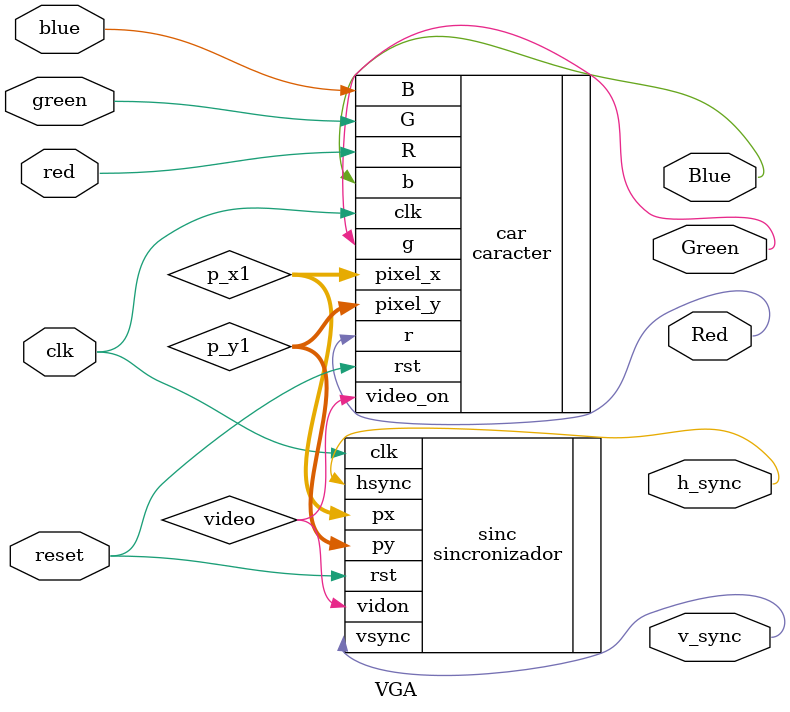
<source format=v>
`timescale 1ns / 1ps


module VGA(
//declaración de entradas y salidas
input wire clk,
input wire reset,
input wire red,green,blue,
output h_sync,
output v_sync,
output Red,
output Green,
output Blue
//output wire [5:0] rowad1,
//output wire [2:0] pos
    );
// señales de sincronía; estas señales se utilizan para que reciban los valores generados por los módulos y poder trabajar con ellas.
wire [9:0] p_x1,p_y1;
wire video;
// instaciamiento de los módulos. Tomar en cuenta, que las variables se colocan según el orden en que fueron declaradas en el módulo original.
sincronizador sinc(.clk(clk),
                   .rst(reset),
                   .hsync(h_sync),
                   .vsync(v_sync),
                   .vidon(video),
                   .px(p_x1),
                   .py(p_y1));
caracter car(.clk(clk),
             .rst(reset),
             .video_on(video),
             .pixel_x(p_x1),
             .pixel_y(p_y1),
             .R(red),
             .G(green),
             .B(blue),
             .r(Red),
             .g(Green),
             .b(Blue));
endmodule

</source>
